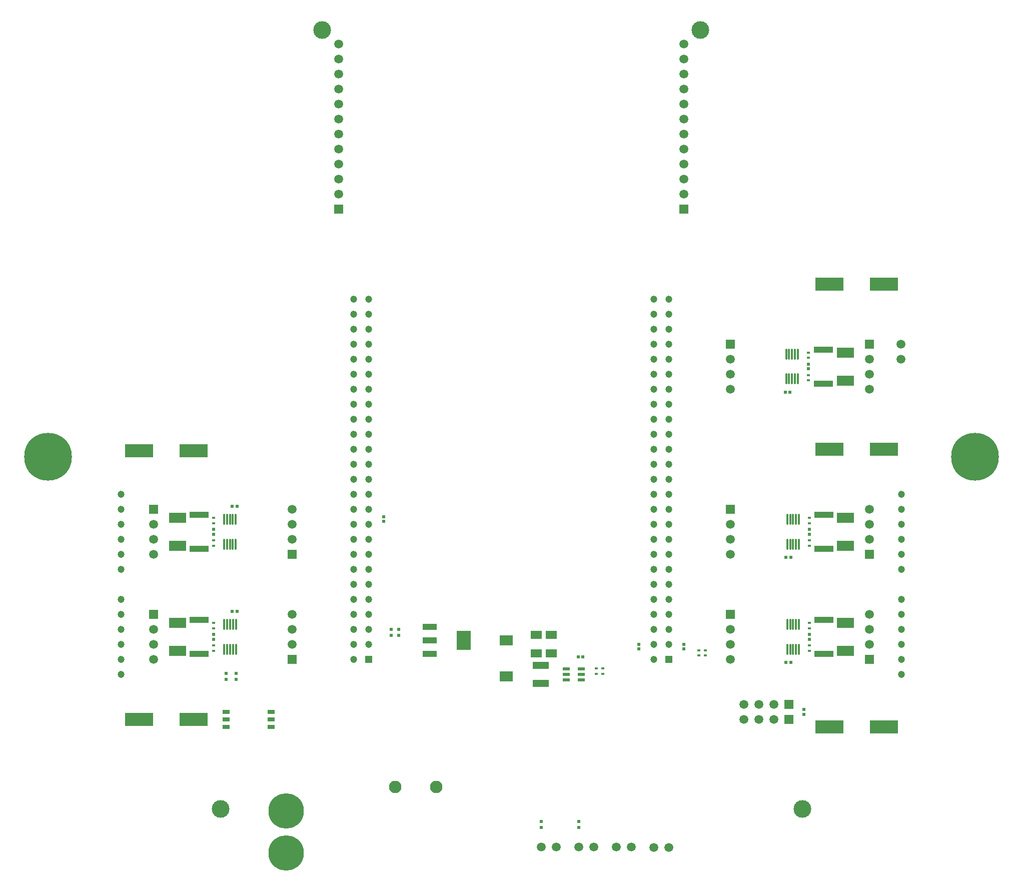
<source format=gbr>
G04 Layer_Color=255*
%FSLAX23Y23*%
%MOIN*%
%TF.FileFunction,Pads,Top*%
%TF.Part,Single*%
G01*
G75*
%TA.AperFunction,SMDPad,CuDef*%
%ADD10R,0.050X0.030*%
%ADD11R,0.020X0.020*%
%ADD12R,0.022X0.018*%
%ADD13R,0.128X0.041*%
%ADD14O,0.012X0.079*%
%ADD15R,0.020X0.020*%
%ADD16R,0.020X0.024*%
%ADD17R,0.116X0.066*%
%ADD18R,0.094X0.039*%
%ADD19R,0.094X0.130*%
%ADD20R,0.185X0.091*%
%ADD21R,0.087X0.067*%
%ADD22R,0.075X0.053*%
%ADD23R,0.045X0.024*%
%ADD24R,0.106X0.045*%
%TA.AperFunction,ComponentPad*%
%ADD27C,0.083*%
%ADD28C,0.059*%
%ADD29R,0.059X0.059*%
%TA.AperFunction,ViaPad*%
%ADD30C,0.318*%
%ADD31C,0.118*%
%TA.AperFunction,ComponentPad*%
%ADD32C,0.047*%
%ADD33R,0.047X0.047*%
%ADD34C,0.236*%
%ADD35R,0.059X0.059*%
D10*
X-1900Y-1700D02*
D03*
Y-1750D02*
D03*
Y-1800D02*
D03*
X-1600D02*
D03*
Y-1750D02*
D03*
Y-1700D02*
D03*
D11*
X1829Y-669D02*
D03*
X1861D02*
D03*
X1824Y431D02*
D03*
X1856D02*
D03*
X-1829Y-1031D02*
D03*
X-1861D02*
D03*
X-1829Y-331D02*
D03*
X-1861D02*
D03*
X1829Y-1369D02*
D03*
X1861D02*
D03*
X444Y-1335D02*
D03*
X476D02*
D03*
D12*
X1980Y508D02*
D03*
Y544D02*
D03*
Y694D02*
D03*
Y658D02*
D03*
X1293Y-1325D02*
D03*
Y-1290D02*
D03*
X1250Y-1290D02*
D03*
Y-1325D02*
D03*
X-1984Y-1107D02*
D03*
Y-1143D02*
D03*
X-1985Y-407D02*
D03*
Y-443D02*
D03*
X1985Y-1293D02*
D03*
Y-1257D02*
D03*
Y-593D02*
D03*
Y-557D02*
D03*
X-1985Y-593D02*
D03*
Y-557D02*
D03*
X-1984Y-1293D02*
D03*
Y-1257D02*
D03*
X1985Y-407D02*
D03*
Y-443D02*
D03*
Y-1107D02*
D03*
Y-1143D02*
D03*
X565Y-1412D02*
D03*
Y-1448D02*
D03*
X608Y-1448D02*
D03*
Y-1412D02*
D03*
D13*
X2080Y486D02*
D03*
Y714D02*
D03*
X-2080Y-1086D02*
D03*
Y-1314D02*
D03*
X-2081Y-386D02*
D03*
Y-614D02*
D03*
X2081Y-1314D02*
D03*
Y-1086D02*
D03*
Y-614D02*
D03*
Y-386D02*
D03*
D14*
X1831Y518D02*
D03*
X1850D02*
D03*
X1870D02*
D03*
X1890D02*
D03*
X1909D02*
D03*
X1831Y684D02*
D03*
X1850D02*
D03*
X1870D02*
D03*
X1890D02*
D03*
X1909D02*
D03*
X-1836Y-1117D02*
D03*
X-1856D02*
D03*
X-1875D02*
D03*
X-1895D02*
D03*
X-1915D02*
D03*
X-1836Y-1283D02*
D03*
X-1856D02*
D03*
X-1875D02*
D03*
X-1895D02*
D03*
X-1915D02*
D03*
X-1837Y-417D02*
D03*
X-1857D02*
D03*
X-1876D02*
D03*
X-1896D02*
D03*
X-1916D02*
D03*
X-1837Y-583D02*
D03*
X-1857D02*
D03*
X-1876D02*
D03*
X-1896D02*
D03*
X-1916D02*
D03*
X1837Y-1283D02*
D03*
X1857D02*
D03*
X1876D02*
D03*
X1896D02*
D03*
X1916D02*
D03*
X1837Y-1117D02*
D03*
X1857D02*
D03*
X1876D02*
D03*
X1896D02*
D03*
X1916D02*
D03*
X1837Y-583D02*
D03*
X1857D02*
D03*
X1876D02*
D03*
X1896D02*
D03*
X1916D02*
D03*
X1837Y-417D02*
D03*
X1857D02*
D03*
X1876D02*
D03*
X1896D02*
D03*
X1916D02*
D03*
D15*
X1980Y585D02*
D03*
Y617D02*
D03*
X-850Y-400D02*
D03*
Y-431D02*
D03*
X850Y-1250D02*
D03*
Y-1281D02*
D03*
X1150D02*
D03*
Y-1250D02*
D03*
X1950Y-1684D02*
D03*
Y-1716D02*
D03*
X-1984Y-1184D02*
D03*
Y-1216D02*
D03*
X1985Y-1216D02*
D03*
Y-1184D02*
D03*
Y-516D02*
D03*
Y-484D02*
D03*
X-1985D02*
D03*
Y-516D02*
D03*
D16*
X-1900Y-1485D02*
D03*
Y-1445D02*
D03*
X-1835Y-1485D02*
D03*
Y-1445D02*
D03*
X200Y-2470D02*
D03*
Y-2430D02*
D03*
X450Y-2470D02*
D03*
Y-2430D02*
D03*
X-750Y-1189D02*
D03*
Y-1150D02*
D03*
X-800Y-1189D02*
D03*
Y-1150D02*
D03*
D17*
X2225Y694D02*
D03*
Y506D02*
D03*
X-2225Y-594D02*
D03*
Y-406D02*
D03*
X-2224Y-1106D02*
D03*
Y-1294D02*
D03*
X2225Y-594D02*
D03*
Y-406D02*
D03*
Y-1294D02*
D03*
Y-1106D02*
D03*
D18*
X-545Y-1134D02*
D03*
Y-1224D02*
D03*
Y-1315D02*
D03*
D19*
X-317Y-1224D02*
D03*
D20*
X2117Y1150D02*
D03*
X2483D02*
D03*
X-2117Y-1750D02*
D03*
X-2483D02*
D03*
X-2117Y41D02*
D03*
X-2483D02*
D03*
X2117Y-1800D02*
D03*
X2483D02*
D03*
X2117Y48D02*
D03*
X2483D02*
D03*
D21*
X-35Y-1465D02*
D03*
Y-1225D02*
D03*
D22*
X166Y-1312D02*
D03*
Y-1186D02*
D03*
X265Y-1312D02*
D03*
Y-1186D02*
D03*
D23*
X364Y-1413D02*
D03*
Y-1450D02*
D03*
Y-1487D02*
D03*
X466D02*
D03*
Y-1450D02*
D03*
Y-1413D02*
D03*
D24*
X195Y-1391D02*
D03*
Y-1509D02*
D03*
D27*
X-500Y-2200D02*
D03*
X-776D02*
D03*
D28*
X1150Y2750D02*
D03*
Y2650D02*
D03*
Y2550D02*
D03*
Y2450D02*
D03*
Y2350D02*
D03*
Y2250D02*
D03*
Y2150D02*
D03*
Y2050D02*
D03*
Y1950D02*
D03*
Y1850D02*
D03*
Y1750D02*
D03*
X-1150Y2750D02*
D03*
Y2650D02*
D03*
Y2550D02*
D03*
Y2450D02*
D03*
Y2350D02*
D03*
Y2250D02*
D03*
Y2150D02*
D03*
Y2050D02*
D03*
Y1950D02*
D03*
Y1850D02*
D03*
Y1750D02*
D03*
X2385Y-550D02*
D03*
Y-450D02*
D03*
Y-350D02*
D03*
Y-1250D02*
D03*
Y-1150D02*
D03*
Y-1050D02*
D03*
X1460Y-1150D02*
D03*
Y-1250D02*
D03*
Y-1350D02*
D03*
X-2385Y-450D02*
D03*
Y-550D02*
D03*
Y-650D02*
D03*
X-1460Y-550D02*
D03*
Y-450D02*
D03*
Y-350D02*
D03*
X-2385Y-1150D02*
D03*
Y-1250D02*
D03*
Y-1350D02*
D03*
X-1460Y-1250D02*
D03*
Y-1150D02*
D03*
Y-1050D02*
D03*
X1460Y-450D02*
D03*
Y-550D02*
D03*
Y-650D02*
D03*
X2385Y450D02*
D03*
Y550D02*
D03*
Y650D02*
D03*
X1460Y450D02*
D03*
Y550D02*
D03*
Y650D02*
D03*
X950Y-2605D02*
D03*
X1050D02*
D03*
X700Y-2600D02*
D03*
X800D02*
D03*
X550D02*
D03*
X450D02*
D03*
X300D02*
D03*
X200D02*
D03*
X2594Y750D02*
D03*
Y650D02*
D03*
X1550Y-1650D02*
D03*
X1650D02*
D03*
X1750D02*
D03*
Y-1750D02*
D03*
X1650D02*
D03*
X1550D02*
D03*
D29*
X1150Y1650D02*
D03*
X-1150D02*
D03*
X2385Y-650D02*
D03*
Y-1350D02*
D03*
X1460Y-1050D02*
D03*
X-2385Y-350D02*
D03*
X-1460Y-650D02*
D03*
X-2385Y-1050D02*
D03*
X-1460Y-1350D02*
D03*
X1460Y-350D02*
D03*
X2385Y750D02*
D03*
X1460D02*
D03*
D30*
X3087Y-0D02*
D03*
X-3087D02*
D03*
D31*
X-1937Y-2346D02*
D03*
X-1260Y2842D02*
D03*
X1260D02*
D03*
X1937Y-2346D02*
D03*
D32*
X-1050Y1050D02*
D03*
X-950D02*
D03*
X-1050Y950D02*
D03*
X-950D02*
D03*
X-1050Y850D02*
D03*
X-950D02*
D03*
X-1050Y750D02*
D03*
X-950D02*
D03*
X-1050Y650D02*
D03*
X-950D02*
D03*
X-1050Y550D02*
D03*
X-950D02*
D03*
X-1050Y450D02*
D03*
X-950D02*
D03*
X-1050Y350D02*
D03*
X-950D02*
D03*
X-1050Y250D02*
D03*
X-950D02*
D03*
X-1050Y150D02*
D03*
X-950D02*
D03*
X-1050Y50D02*
D03*
X-950D02*
D03*
X-1050Y-50D02*
D03*
X-950D02*
D03*
X-1050Y-150D02*
D03*
X-950D02*
D03*
X-1050Y-250D02*
D03*
X-950D02*
D03*
X-1050Y-350D02*
D03*
X-950D02*
D03*
X-1050Y-450D02*
D03*
X-950D02*
D03*
X-1050Y-550D02*
D03*
X-950D02*
D03*
X-1050Y-650D02*
D03*
X-950D02*
D03*
X-1050Y-750D02*
D03*
X-950D02*
D03*
X-1050Y-850D02*
D03*
X-950D02*
D03*
X-1050Y-950D02*
D03*
X-950D02*
D03*
X-1050Y-1050D02*
D03*
X-950D02*
D03*
X-1050Y-1150D02*
D03*
X-950D02*
D03*
X-1050Y-1250D02*
D03*
X-950D02*
D03*
X-1050Y-1350D02*
D03*
X950Y1050D02*
D03*
X1050D02*
D03*
X950Y950D02*
D03*
X1050D02*
D03*
X950Y850D02*
D03*
X1050D02*
D03*
X950Y750D02*
D03*
X1050D02*
D03*
X950Y650D02*
D03*
X1050D02*
D03*
X950Y550D02*
D03*
X1050D02*
D03*
X950Y450D02*
D03*
X1050D02*
D03*
X950Y350D02*
D03*
X1050D02*
D03*
X950Y250D02*
D03*
X1050D02*
D03*
X950Y150D02*
D03*
X1050D02*
D03*
X950Y50D02*
D03*
X1050D02*
D03*
X950Y-50D02*
D03*
X1050D02*
D03*
X950Y-150D02*
D03*
X1050D02*
D03*
X950Y-250D02*
D03*
X1050D02*
D03*
X950Y-350D02*
D03*
X1050D02*
D03*
X950Y-450D02*
D03*
X1050D02*
D03*
X950Y-550D02*
D03*
X1050D02*
D03*
X950Y-650D02*
D03*
X1050D02*
D03*
X950Y-750D02*
D03*
X1050D02*
D03*
X950Y-850D02*
D03*
X1050D02*
D03*
X950Y-950D02*
D03*
X1050D02*
D03*
X950Y-1050D02*
D03*
X1050D02*
D03*
X950Y-1150D02*
D03*
X1050D02*
D03*
X950Y-1250D02*
D03*
X1050D02*
D03*
X950Y-1350D02*
D03*
X2600Y-950D02*
D03*
Y-1050D02*
D03*
Y-1150D02*
D03*
Y-1250D02*
D03*
Y-1350D02*
D03*
Y-1450D02*
D03*
Y-250D02*
D03*
Y-350D02*
D03*
Y-450D02*
D03*
Y-550D02*
D03*
Y-650D02*
D03*
Y-750D02*
D03*
X-2600D02*
D03*
Y-650D02*
D03*
Y-550D02*
D03*
Y-450D02*
D03*
Y-350D02*
D03*
Y-250D02*
D03*
Y-1450D02*
D03*
Y-1350D02*
D03*
Y-1250D02*
D03*
Y-1150D02*
D03*
Y-1050D02*
D03*
Y-950D02*
D03*
D33*
X-950Y-1350D02*
D03*
X1050D02*
D03*
D34*
X-1500Y-2359D02*
D03*
Y-2641D02*
D03*
D35*
X1850Y-1650D02*
D03*
Y-1750D02*
D03*
%TF.MD5,bccc528faae2f6dfeee0cc3c35d82137*%
M02*

</source>
